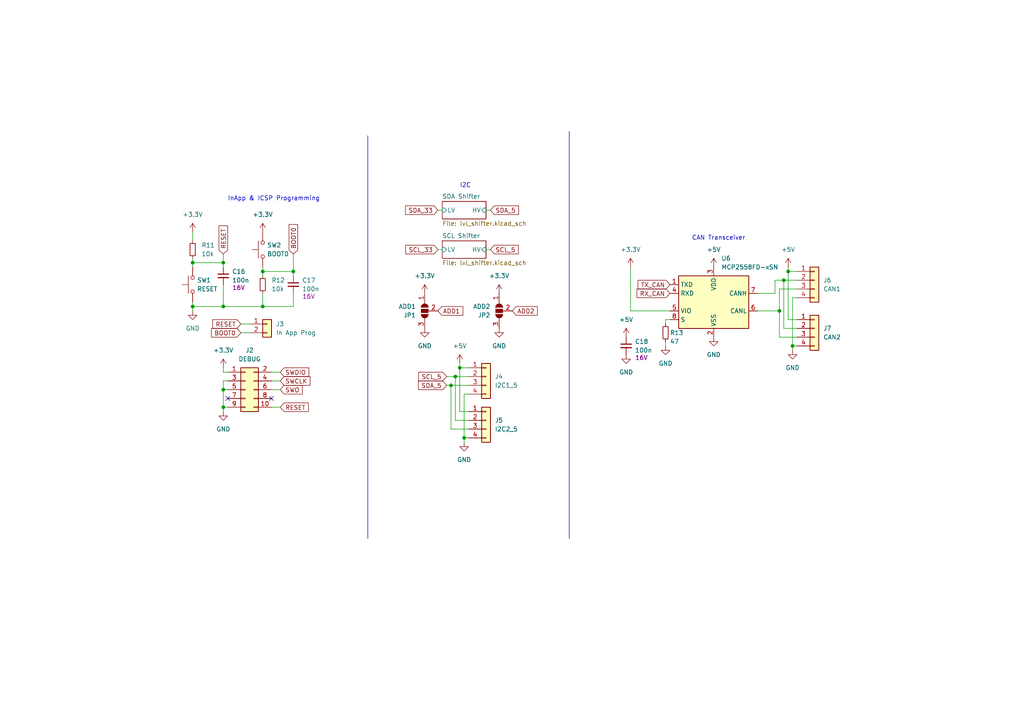
<source format=kicad_sch>
(kicad_sch (version 20230121) (generator eeschema)
  (paper "A4")
  (lib_symbols
    (symbol "Connector_Generic:Conn_01x02" (pin_names (offset 1.016) hide)
      (property "Reference" "J" (at 0 2.54 0))
      (property "Value" "Conn_01x02" (at 0 -5.08 0))
      (symbol "Conn_01x02_1_1"
        (rectangle (start -1.27 -2.413) (end 0 -2.667) (stroke (width 0.1524)))
        (rectangle (start -1.27 0.127) (end 0 -0.127) (stroke (width 0.1524)))
        (rectangle (start -1.27 1.27) (end 1.27 -3.81) (stroke (width 0.254)) (fill (type background)))
        (pin passive line (at -5.08 0 0) (length 3.81) (name "Pin_1") (number "1"))
        (pin passive line (at -5.08 -2.54 0) (length 3.81) (name "Pin_2") (number "2"))
      )
    )
    (symbol "Connector_Generic:Conn_01x04" (pin_names (offset 1.016) hide)
      (property "Reference" "J" (at 0 5.08 0))
      (property "Value" "Conn_01x04" (at 0 -7.62 0))
      (symbol "Conn_01x04_1_1"
        (rectangle (start -1.27 -4.953) (end 0 -5.207) (stroke (width 0.1524)))
        (rectangle (start -1.27 -2.413) (end 0 -2.667) (stroke (width 0.1524)))
        (rectangle (start -1.27 0.127) (end 0 -0.127) (stroke (width 0.1524)))
        (rectangle (start -1.27 2.667) (end 0 2.413) (stroke (width 0.1524)))
        (rectangle (start -1.27 3.81) (end 1.27 -6.35) (stroke (width 0.254)) (fill (type background)))
        (pin passive line (at -5.08 2.54 0) (length 3.81) (name "Pin_1") (number "1"))
        (pin passive line (at -5.08 0 0) (length 3.81) (name "Pin_2") (number "2"))
        (pin passive line (at -5.08 -2.54 0) (length 3.81) (name "Pin_3") (number "3"))
        (pin passive line (at -5.08 -5.08 0) (length 3.81) (name "Pin_4") (number "4"))
      )
    )
    (symbol "Connector_Generic:Conn_02x05_Odd_Even" (pin_names (offset 1.016) hide)
      (property "Reference" "J" (at 1.27 7.62 0))
      (property "Value" "Conn_02x05_Odd_Even" (at 1.27 -7.62 0))
      (symbol "Conn_02x05_Odd_Even_1_1"
        (rectangle (start -1.27 -4.953) (end 0 -5.207) (stroke (width 0.1524)))
        (rectangle (start -1.27 -2.413) (end 0 -2.667) (stroke (width 0.1524)))
        (rectangle (start -1.27 0.127) (end 0 -0.127) (stroke (width 0.1524)))
        (rectangle (start -1.27 2.667) (end 0 2.413) (stroke (width 0.1524)))
        (rectangle (start -1.27 5.207) (end 0 4.953) (stroke (width 0.1524)))
        (rectangle (start -1.27 6.35) (end 3.81 -6.35) (stroke (width 0.254)) (fill (type background)))
        (rectangle (start 3.81 -4.953) (end 2.54 -5.207) (stroke (width 0.1524)))
        (rectangle (start 3.81 -2.413) (end 2.54 -2.667) (stroke (width 0.1524)))
        (rectangle (start 3.81 0.127) (end 2.54 -0.127) (stroke (width 0.1524)))
        (rectangle (start 3.81 2.667) (end 2.54 2.413) (stroke (width 0.1524)))
        (rectangle (start 3.81 5.207) (end 2.54 4.953) (stroke (width 0.1524)))
        (pin passive line (at -5.08 5.08 0) (length 3.81) (name "Pin_1") (number "1"))
        (pin passive line (at 7.62 -5.08 180) (length 3.81) (name "Pin_10") (number "10"))
        (pin passive line (at 7.62 5.08 180) (length 3.81) (name "Pin_2") (number "2"))
        (pin passive line (at -5.08 2.54 0) (length 3.81) (name "Pin_3") (number "3"))
        (pin passive line (at 7.62 2.54 180) (length 3.81) (name "Pin_4") (number "4"))
        (pin passive line (at -5.08 0 0) (length 3.81) (name "Pin_5") (number "5"))
        (pin passive line (at 7.62 0 180) (length 3.81) (name "Pin_6") (number "6"))
        (pin passive line (at -5.08 -2.54 0) (length 3.81) (name "Pin_7") (number "7"))
        (pin passive line (at 7.62 -2.54 180) (length 3.81) (name "Pin_8") (number "8"))
        (pin passive line (at -5.08 -5.08 0) (length 3.81) (name "Pin_9") (number "9"))
      )
    )
    (symbol "Device:C_Small" (pin_numbers hide) (pin_names (offset 0.254) hide)
      (property "Reference" "C" (at 0.254 1.778 0))
      (property "Value" "C_Small" (at 0.254 -2.032 0))
      (symbol "C_Small_0_1"
        (polyline (pts (xy -1.524 -0.508) (xy 1.524 -0.508)) (stroke (width 0.3302)))
        (polyline (pts (xy -1.524 0.508) (xy 1.524 0.508)) (stroke (width 0.3048)))
      )
      (symbol "C_Small_1_1"
        (pin passive line (at 0 2.54 270) (length 2.032) (name "~") (number "1"))
        (pin passive line (at 0 -2.54 90) (length 2.032) (name "~") (number "2"))
      )
    )
    (symbol "Device:R_Small" (pin_numbers hide) (pin_names (offset 0.254) hide)
      (property "Reference" "R" (at 0.762 0.508 0))
      (property "Value" "R_Small" (at 0.762 -1.016 0))
      (symbol "R_Small_0_1"
        (rectangle (start -0.762 1.778) (end 0.762 -1.778) (stroke (width 0.2032)))
      )
      (symbol "R_Small_1_1"
        (pin passive line (at 0 2.54 270) (length 0.762) (name "~") (number "1"))
        (pin passive line (at 0 -2.54 90) (length 0.762) (name "~") (number "2"))
      )
    )
    (symbol "Interface_CAN_LIN:MCP2558FD-xSN"
      (property "Reference" "U" (at -10.16 10.16 0))
      (property "Value" "MCP2558FD-xSN" (at 2.54 10.16 0))
      (symbol "MCP2558FD-xSN_0_1"
        (rectangle (start -10.16 7.62) (end 10.16 -7.62) (stroke (width 0.254)) (fill (type background)))
      )
      (symbol "MCP2558FD-xSN_1_1"
        (pin input line (at -12.7 5.08 0) (length 2.54) (name "TXD") (number "1"))
        (pin power_in line (at 0 -10.16 90) (length 2.54) (name "VSS") (number "2"))
        (pin power_in line (at 0 10.16 270) (length 2.54) (name "VDD") (number "3"))
        (pin output line (at -12.7 2.54 0) (length 2.54) (name "RXD") (number "4"))
        (pin power_in line (at -12.7 -2.54 0) (length 2.54) (name "VIO") (number "5"))
        (pin bidirectional line (at 12.7 -2.54 180) (length 2.54) (name "CANL") (number "6"))
        (pin bidirectional line (at 12.7 2.54 180) (length 2.54) (name "CANH") (number "7"))
        (pin input line (at -12.7 -5.08 0) (length 2.54) (name "S") (number "8"))
      )
    )
    (symbol "Jumper:SolderJumper_3_Open" (pin_names (offset 0) hide)
      (property "Reference" "JP" (at -2.54 -2.54 0))
      (property "Value" "SolderJumper_3_Open" (at 0 2.794 0))
      (symbol "SolderJumper_3_Open_0_1"
        (arc (start -1.016 1.016) (mid -2.0276 0) (end -1.016 -1.016))
        (arc (start -1.016 1.016) (mid -2.0276 0) (end -1.016 -1.016) (fill (type outline)))
        (rectangle (start -0.508 1.016) (end 0.508 -1.016) (fill (type outline)))
        (polyline (pts (xy -2.54 0) (xy -2.032 0)))
        (polyline (pts (xy -1.016 1.016) (xy -1.016 -1.016)))
        (polyline (pts (xy 0 -1.27) (xy 0 -1.016)))
        (polyline (pts (xy 1.016 1.016) (xy 1.016 -1.016)))
        (polyline (pts (xy 2.54 0) (xy 2.032 0)))
        (arc (start 1.016 -1.016) (mid 2.0276 0) (end 1.016 1.016))
        (arc (start 1.016 -1.016) (mid 2.0276 0) (end 1.016 1.016) (fill (type outline)))
      )
      (symbol "SolderJumper_3_Open_1_1"
        (pin passive line (at -5.08 0 0) (length 2.54) (name "A") (number "1"))
        (pin passive line (at 0 -3.81 90) (length 2.54) (name "C") (number "2"))
        (pin passive line (at 5.08 0 180) (length 2.54) (name "B") (number "3"))
      )
    )
    (symbol "Switch:SW_Push" (pin_numbers hide) (pin_names (offset 1.016) hide)
      (property "Reference" "SW" (at 1.27 2.54 0))
      (property "Value" "SW_Push" (at 0 -1.524 0))
      (symbol "SW_Push_0_1"
        (circle (center -2.032 0) (radius 0.508))
        (polyline (pts (xy 0 1.27) (xy 0 3.048)))
        (polyline (pts (xy 2.54 1.27) (xy -2.54 1.27)))
        (circle (center 2.032 0) (radius 0.508))
        (pin passive line (at -5.08 0 0) (length 2.54) (name "1") (number "1"))
        (pin passive line (at 5.08 0 180) (length 2.54) (name "2") (number "2"))
      )
    )
    (symbol "power:+3.3V" (power) (pin_names (offset 0))
      (property "Value" "+3.3V" (at 0 3.556 0))
      (symbol "+3.3V_0_1"
        (polyline (pts (xy -0.762 1.27) (xy 0 2.54)))
        (polyline (pts (xy 0 0) (xy 0 2.54)))
        (polyline (pts (xy 0 2.54) (xy 0.762 1.27)))
      )
      (symbol "+3.3V_1_1"
        (pin power_in line (at 0 0 90) (length 0) hide (name "+3.3V") (number "1"))
      )
    )
    (symbol "power:+5V" (power) (pin_names (offset 0))
      (property "Value" "+5V" (at 0 3.556 0))
      (symbol "+5V_0_1"
        (polyline (pts (xy -0.762 1.27) (xy 0 2.54)))
        (polyline (pts (xy 0 0) (xy 0 2.54)))
        (polyline (pts (xy 0 2.54) (xy 0.762 1.27)))
      )
      (symbol "+5V_1_1"
        (pin power_in line (at 0 0 90) (length 0) hide (name "+5V") (number "1"))
      )
    )
    (symbol "power:GND" (power) (pin_names (offset 0))
      (property "Value" "GND" (at 0 -3.81 0))
      (symbol "GND_0_1"
        (polyline (pts (xy 0 0) (xy 0 -1.27) (xy 1.27 -1.27) (xy 0 -2.54) (xy -1.27 -1.27) (xy 0 -1.27)))
      )
      (symbol "GND_1_1"
        (pin power_in line (at 0 0 270) (length 0) hide (name "GND") (number "1"))
      )
    )
  )
  (junction (at 55.88 88.9))
  (junction (at 64.77 88.9))
  (junction (at 76.2 78.74))
  (junction (at 226.06 90.17))
  (junction (at 133.35 106.68))
  (junction (at 228.6 78.74))
  (junction (at 227.33 81.28))
  (junction (at 64.77 76.2))
  (junction (at 64.77 113.03))
  (junction (at 64.77 118.11))
  (junction (at 85.09 78.74))
  (junction (at 229.87 100.33))
  (junction (at 130.81 111.76))
  (junction (at 76.2 88.9))
  (junction (at 134.62 127))
  (junction (at 55.88 76.2))
  (junction (at 132.08 109.22))
  (no_connect (at 66.04 115.57))
  (no_connect (at 78.74 115.57))
  (wire (pts (xy 193.04 99.06) (xy 193.04 100.33)))
  (wire (pts (xy 127 60.96) (xy 128.27 60.96)))
  (wire (pts (xy 55.88 74.93) (xy 55.88 76.2)))
  (wire (pts (xy 219.71 85.09) (xy 224.79 85.09)))
  (wire (pts (xy 85.09 78.74) (xy 85.09 80.01)))
  (wire (pts (xy 194.31 92.71) (xy 193.04 92.71)))
  (wire (pts (xy 231.14 86.36) (xy 229.87 86.36)))
  (wire (pts (xy 193.04 92.71) (xy 193.04 93.98)))
  (wire (pts (xy 133.35 105.41) (xy 133.35 106.68)))
  (wire (pts (xy 55.88 87.63) (xy 55.88 88.9)))
  (wire (pts (xy 129.54 109.22) (xy 132.08 109.22)))
  (wire (pts (xy 231.14 78.74) (xy 228.6 78.74)))
  (wire (pts (xy 229.87 100.33) (xy 231.14 100.33)))
  (wire (pts (xy 134.62 114.3) (xy 134.62 127)))
  (wire (pts (xy 228.6 78.74) (xy 228.6 77.47)))
  (wire (pts (xy 129.54 111.76) (xy 130.81 111.76)))
  (wire (pts (xy 64.77 118.11) (xy 66.04 118.11)))
  (wire (pts (xy 135.89 124.46) (xy 130.81 124.46)))
  (wire (pts (xy 76.2 78.74) (xy 76.2 80.01)))
  (wire (pts (xy 55.88 67.31) (xy 55.88 69.85)))
  (wire (pts (xy 219.71 90.17) (xy 226.06 90.17)))
  (polyline (pts (xy 165.1 38.1) (xy 165.1 156.21)))
  (wire (pts (xy 135.89 121.92) (xy 132.08 121.92)))
  (wire (pts (xy 76.2 77.47) (xy 76.2 78.74)))
  (wire (pts (xy 130.81 124.46) (xy 130.81 111.76)))
  (wire (pts (xy 69.85 96.52) (xy 72.39 96.52)))
  (wire (pts (xy 64.77 76.2) (xy 55.88 76.2)))
  (wire (pts (xy 64.77 82.55) (xy 64.77 88.9)))
  (wire (pts (xy 64.77 118.11) (xy 64.77 119.38)))
  (wire (pts (xy 64.77 107.95) (xy 66.04 107.95)))
  (wire (pts (xy 85.09 88.9) (xy 76.2 88.9)))
  (wire (pts (xy 226.06 97.79) (xy 231.14 97.79)))
  (wire (pts (xy 64.77 88.9) (xy 55.88 88.9)))
  (wire (pts (xy 229.87 86.36) (xy 229.87 100.33)))
  (wire (pts (xy 182.88 90.17) (xy 182.88 77.47)))
  (wire (pts (xy 227.33 81.28) (xy 231.14 81.28)))
  (wire (pts (xy 140.97 72.39) (xy 142.24 72.39)))
  (wire (pts (xy 76.2 78.74) (xy 85.09 78.74)))
  (wire (pts (xy 134.62 127) (xy 135.89 127)))
  (wire (pts (xy 135.89 114.3) (xy 134.62 114.3)))
  (wire (pts (xy 78.74 113.03) (xy 81.28 113.03)))
  (wire (pts (xy 69.85 93.98) (xy 72.39 93.98)))
  (wire (pts (xy 228.6 92.71) (xy 228.6 78.74)))
  (wire (pts (xy 64.77 73.66) (xy 64.77 76.2)))
  (wire (pts (xy 227.33 95.25) (xy 227.33 81.28)))
  (wire (pts (xy 64.77 77.47) (xy 64.77 76.2)))
  (wire (pts (xy 132.08 121.92) (xy 132.08 109.22)))
  (wire (pts (xy 85.09 85.09) (xy 85.09 88.9)))
  (wire (pts (xy 64.77 106.68) (xy 64.77 107.95)))
  (wire (pts (xy 133.35 106.68) (xy 133.35 119.38)))
  (wire (pts (xy 78.74 107.95) (xy 81.28 107.95)))
  (wire (pts (xy 229.87 100.33) (xy 229.87 101.6)))
  (wire (pts (xy 78.74 110.49) (xy 81.28 110.49)))
  (wire (pts (xy 76.2 85.09) (xy 76.2 88.9)))
  (wire (pts (xy 226.06 90.17) (xy 226.06 97.79)))
  (wire (pts (xy 133.35 106.68) (xy 135.89 106.68)))
  (wire (pts (xy 64.77 113.03) (xy 64.77 118.11)))
  (wire (pts (xy 130.81 111.76) (xy 135.89 111.76)))
  (wire (pts (xy 66.04 110.49) (xy 64.77 110.49)))
  (wire (pts (xy 134.62 127) (xy 134.62 128.27)))
  (wire (pts (xy 132.08 109.22) (xy 135.89 109.22)))
  (wire (pts (xy 55.88 88.9) (xy 55.88 90.17)))
  (wire (pts (xy 64.77 110.49) (xy 64.77 113.03)))
  (wire (pts (xy 64.77 113.03) (xy 66.04 113.03)))
  (polyline (pts (xy 106.68 39.37) (xy 106.68 156.21)))
  (wire (pts (xy 194.31 90.17) (xy 182.88 90.17)))
  (wire (pts (xy 85.09 73.66) (xy 85.09 78.74)))
  (wire (pts (xy 226.06 83.82) (xy 226.06 90.17)))
  (wire (pts (xy 127 72.39) (xy 128.27 72.39)))
  (wire (pts (xy 224.79 85.09) (xy 224.79 81.28)))
  (wire (pts (xy 231.14 95.25) (xy 227.33 95.25)))
  (wire (pts (xy 76.2 88.9) (xy 64.77 88.9)))
  (wire (pts (xy 231.14 83.82) (xy 226.06 83.82)))
  (wire (pts (xy 231.14 92.71) (xy 228.6 92.71)))
  (wire (pts (xy 55.88 76.2) (xy 55.88 77.47)))
  (wire (pts (xy 78.74 118.11) (xy 81.28 118.11)))
  (wire (pts (xy 133.35 119.38) (xy 135.89 119.38)))
  (wire (pts (xy 224.79 81.28) (xy 227.33 81.28)))
  (wire (pts (xy 140.97 60.96) (xy 142.24 60.96)))
  (text "CAN Transceiver" (at 200.66 69.85 0) (effects (font (size 1.27 1.27)) (justify left bottom)))
  (text "I2C" (at 133.35 54.61 0) (effects (font (size 1.27 1.27)) (justify left bottom)))
  (text "InApp & ICSP Programming" (at 66.04 58.42 0) (effects (font (size 1.27 1.27)) (justify left bottom)))
  (global_label "SWCLK" (shape input) (at 81.28 110.49 0) (property "Intersheetrefs" "${INTERSHEET_REFS}" (effects hide)))
  (global_label "SWO" (shape input) (at 81.28 113.03 0) (property "Intersheetrefs" "${INTERSHEET_REFS}" (effects hide)))
  (global_label "ADD1" (shape input) (at 127 90.17 0) (property "Intersheetrefs" "${INTERSHEET_REFS}" (effects hide)))
  (global_label "RESET" (shape input) (at 64.77 73.66 90) (property "Intersheetrefs" "${INTERSHEET_REFS}" (effects hide)))
  (global_label "SDA_33" (shape input) (at 127 60.96 180) (property "Intersheetrefs" "${INTERSHEET_REFS}" (effects hide)))
  (global_label "SCL_5" (shape input) (at 142.24 72.39 0) (property "Intersheetrefs" "${INTERSHEET_REFS}" (effects hide)))
  (global_label "RESET" (shape input) (at 69.85 93.98 180) (property "Intersheetrefs" "${INTERSHEET_REFS}" (effects hide)))
  (global_label "ADD2" (shape input) (at 148.59 90.17 0) (property "Intersheetrefs" "${INTERSHEET_REFS}" (effects hide)))
  (global_label "RESET" (shape input) (at 81.28 118.11 0) (property "Intersheetrefs" "${INTERSHEET_REFS}" (effects hide)))
  (global_label "SCL_5" (shape input) (at 129.54 109.22 180) (property "Intersheetrefs" "${INTERSHEET_REFS}" (effects hide)))
  (global_label "RX_CAN" (shape input) (at 194.31 85.09 180) (property "Intersheetrefs" "${INTERSHEET_REFS}" (effects hide)))
  (global_label "SDA_5" (shape input) (at 142.24 60.96 0) (property "Intersheetrefs" "${INTERSHEET_REFS}" (effects hide)))
  (global_label "BOOT0" (shape input) (at 69.85 96.52 180) (property "Intersheetrefs" "${INTERSHEET_REFS}" (effects hide)))
  (global_label "BOOT0" (shape input) (at 85.09 73.66 90) (property "Intersheetrefs" "${INTERSHEET_REFS}" (effects hide)))
  (global_label "SDA_5" (shape input) (at 129.54 111.76 180) (property "Intersheetrefs" "${INTERSHEET_REFS}" (effects hide)))
  (global_label "SCL_33" (shape input) (at 127 72.39 180) (property "Intersheetrefs" "${INTERSHEET_REFS}" (effects hide)))
  (global_label "TX_CAN" (shape input) (at 194.31 82.55 180) (property "Intersheetrefs" "${INTERSHEET_REFS}" (effects hide)))
  (global_label "SWDIO" (shape input) (at 81.28 107.95 0) (property "Intersheetrefs" "${INTERSHEET_REFS}" (effects hide)))
  (symbol (lib_id "power:+3.3V") (at 55.88 67.31 0) (unit 1)
    (property "Reference" "#PWR046" (effects hide))
    (property "Value" "+3.3V" (at 55.88 62.23 0))
  )
  (symbol (lib_id "power:GND") (at 181.61 102.87 0) (unit 1)
    (property "Reference" "#PWR058" (effects hide))
    (property "Value" "GND" (at 181.61 107.95 0))
  )
  (symbol (lib_id "power:+3.3V") (at 64.77 106.68 0) (unit 1)
    (property "Reference" "#PWR048" (effects hide))
    (property "Value" "+3.3V" (at 64.77 101.6 0))
  )
  (symbol (lib_id "power:GND") (at 207.01 97.79 0) (unit 1)
    (property "Reference" "#PWR062" (effects hide))
    (property "Value" "GND" (at 207.01 102.87 0))
  )
  (symbol (lib_id "Device:C_Small") (at 64.77 80.01 0) (unit 1)
    (property "Reference" "C16" (at 67.31 78.7463 0) (effects (justify left)))
    (property "Value" "100n" (at 67.31 81.2863 0) (effects (justify left)))
    (property "Footprint" "Capacitor_SMD:C_0402_1005Metric_Pad0.74x0.62mm_HandSolder" (effects hide))
    (property "LCSC Part" "C1525" (effects hide))
    (property "Tension" "16V" (at 69.215 83.439 0))
  )
  (symbol (lib_id "power:GND") (at 64.77 119.38 0) (unit 1)
    (property "Reference" "#PWR049" (effects hide))
    (property "Value" "GND" (at 64.77 124.46 0))
  )
  (symbol (lib_id "power:+3.3V") (at 76.2 67.31 0) (unit 1)
    (property "Reference" "#PWR050" (effects hide))
    (property "Value" "+3.3V" (at 76.2 62.23 0))
  )
  (symbol (lib_id "Connector_Generic:Conn_02x05_Odd_Even") (at 71.12 113.03 0) (unit 1)
    (property "Reference" "J2" (at 72.39 101.6 0))
    (property "Value" "DEBUG" (at 72.39 104.14 0))
    (property "Footprint" "Connector_PinHeader_1.27mm:PinHeader_2x05_P1.27mm_Vertical_SMD" (effects hide))
    (property "LCSC Part" "C5160761" (effects hide))
  )
  (symbol (lib_id "power:GND") (at 134.62 128.27 0) (unit 1)
    (property "Reference" "#PWR054" (effects hide))
    (property "Value" "GND" (at 134.62 133.35 0))
  )
  (symbol (lib_id "Jumper:SolderJumper_3_Open") (at 144.78 90.17 90) (mirror x) (unit 1)
    (property "Reference" "JP2" (at 142.24 91.44 90) (effects (justify left)))
    (property "Value" "ADD2" (at 142.24 88.9 90) (effects (justify left)))
    (property "Footprint" "Jumper:SolderJumper-3_P1.3mm_Open_RoundedPad1.0x1.5mm" (effects hide))
    (property "JLCPCB BOM" "0" (effects hide))
  )
  (symbol (lib_id "power:+3.3V") (at 144.78 85.09 0) (unit 1)
    (property "Reference" "#PWR055" (effects hide))
    (property "Value" "+3.3V" (at 144.78 80.01 0))
  )
  (symbol (lib_id "power:+3.3V") (at 182.88 77.47 0) (unit 1)
    (property "Reference" "#PWR059" (effects hide))
    (property "Value" "+3.3V" (at 182.88 72.39 0))
  )
  (symbol (lib_id "Device:R_Small") (at 55.88 72.39 0) (unit 1)
    (property "Reference" "R11" (at 58.42 71.12 0) (effects (justify left)))
    (property "Value" "10k" (at 58.42 73.66 0) (effects (justify left)))
    (property "Footprint" "Resistor_SMD:R_0805_2012Metric_Pad1.20x1.40mm_HandSolder" (effects hide))
    (property "LCSC Part" "C17414" (effects hide))
  )
  (symbol (lib_id "power:+5V") (at 181.61 97.79 0) (unit 1)
    (property "Reference" "#PWR057" (effects hide))
    (property "Value" "+5V" (at 181.61 92.71 0))
  )
  (symbol (lib_id "Connector_Generic:Conn_01x04") (at 236.22 95.25 0) (unit 1)
    (property "Reference" "J7" (at 238.76 95.25 0) (effects (justify left)))
    (property "Value" "CAN2" (at 238.76 97.79 0) (effects (justify left)))
    (property "Footprint" "Connector_JST:JST_EH_S4B-EH_1x04_P2.50mm_Horizontal" (effects hide))
    (property "JLCPCB BOM" "0" (effects hide))
  )
  (symbol (lib_id "Connector_Generic:Conn_01x04") (at 236.22 81.28 0) (unit 1)
    (property "Reference" "J6" (at 238.76 81.28 0) (effects (justify left)))
    (property "Value" "CAN1" (at 238.76 83.82 0) (effects (justify left)))
    (property "Footprint" "Connector_JST:JST_EH_S4B-EH_1x04_P2.50mm_Horizontal" (effects hide))
    (property "JLCPCB BOM" "0" (effects hide))
  )
  (symbol (lib_id "Interface_CAN_LIN:MCP2558FD-xSN") (at 207.01 87.63 0) (unit 1)
    (property "Reference" "U6" (at 209.2041 74.93 0) (effects (justify left)))
    (property "Value" "MCP2558FD-xSN" (at 209.2041 77.47 0) (effects (justify left)))
    (property "Footprint" "Package_SO:SOIC-8_3.9x4.9mm_P1.27mm" (effects hide))
    (property "Datasheet" "https://ww1.microchip.com/downloads/en/DeviceDoc/20005533A.pdf" (effects hide))
    (property "LCSC Part" "C124015" (effects hide))
  )
  (symbol (lib_id "Switch:SW_Push") (at 76.2 72.39 90) (unit 1)
    (property "Reference" "SW2" (at 77.47 71.12 90) (effects (justify right)))
    (property "Value" "BOOT0" (at 77.47 73.66 90) (effects (justify right)))
    (property "Footprint" "ARIG:SW_TS_1088_AR_3x4x2" (effects hide))
    (property "LCSC Part" "C720477" (effects hide))
  )
  (symbol (lib_id "Switch:SW_Push") (at 55.88 82.55 90) (unit 1)
    (property "Reference" "SW1" (at 57.15 81.28 90) (effects (justify right)))
    (property "Value" "RESET" (at 57.15 83.82 90) (effects (justify right)))
    (property "Footprint" "ARIG:SW_TS_1088_AR_3x4x2" (effects hide))
    (property "LCSC Part" "C720477" (effects hide))
  )
  (symbol (lib_id "power:+5V") (at 228.6 77.47 0) (unit 1)
    (property "Reference" "#PWR063" (effects hide))
    (property "Value" "+5V" (at 228.6 72.39 0))
  )
  (symbol (lib_id "Connector_Generic:Conn_01x02") (at 77.47 93.98 0) (unit 1)
    (property "Reference" "J3" (at 80.01 93.98 0) (effects (justify left)))
    (property "Value" "In App Prog" (at 80.01 96.52 0) (effects (justify left)))
    (property "Footprint" "Connector_JST:JST_EH_S2B-EH_1x02_P2.50mm_Horizontal" (effects hide))
    (property "JLCPCB BOM" "0" (effects hide))
  )
  (symbol (lib_id "Jumper:SolderJumper_3_Open") (at 123.19 90.17 90) (mirror x) (unit 1)
    (property "Reference" "JP1" (at 120.65 91.44 90) (effects (justify left)))
    (property "Value" "ADD1" (at 120.65 88.9 90) (effects (justify left)))
    (property "Footprint" "Jumper:SolderJumper-3_P1.3mm_Open_RoundedPad1.0x1.5mm" (effects hide))
    (property "JLCPCB BOM" "0" (effects hide))
  )
  (symbol (lib_id "power:GND") (at 193.04 100.33 0) (unit 1)
    (property "Reference" "#PWR060" (effects hide))
    (property "Value" "GND" (at 193.04 105.41 0))
  )
  (symbol (lib_id "Device:R_Small") (at 193.04 96.52 0) (unit 1)
    (property "Reference" "R13" (at 194.31 96.52 0) (effects (justify left)))
    (property "Value" "47" (at 194.31 99.06 0) (effects (justify left)))
    (property "Footprint" "Resistor_SMD:R_0402_1005Metric_Pad0.72x0.64mm_HandSolder" (effects hide))
    (property "LCSC Part" "C25118" (effects hide))
  )
  (symbol (lib_id "Device:C_Small") (at 85.09 82.55 0) (unit 1)
    (property "Reference" "C17" (at 87.63 81.2863 0) (effects (justify left)))
    (property "Value" "100n" (at 87.63 83.8263 0) (effects (justify left)))
    (property "Footprint" "Capacitor_SMD:C_0402_1005Metric_Pad0.74x0.62mm_HandSolder" (effects hide))
    (property "LCSC Part" "C1525" (effects hide))
    (property "Tension" "16V" (at 89.535 85.979 0))
  )
  (symbol (lib_id "power:GND") (at 229.87 101.6 0) (unit 1)
    (property "Reference" "#PWR064" (effects hide))
    (property "Value" "GND" (at 229.87 106.68 0))
  )
  (symbol (lib_id "power:+5V") (at 207.01 77.47 0) (unit 1)
    (property "Reference" "#PWR061" (effects hide))
    (property "Value" "+5V" (at 207.01 72.39 0))
  )
  (symbol (lib_id "Device:R_Small") (at 76.2 82.55 0) (unit 1)
    (property "Reference" "R12" (at 78.74 81.28 0) (effects (justify left)))
    (property "Value" "10k" (at 78.74 83.82 0) (effects (justify left)))
    (property "Footprint" "Resistor_SMD:R_0805_2012Metric_Pad1.20x1.40mm_HandSolder" (effects hide))
    (property "LCSC Part" "C17414" (effects hide))
  )
  (symbol (lib_id "power:GND") (at 144.78 95.25 0) (unit 1)
    (property "Reference" "#PWR056" (effects hide))
    (property "Value" "GND" (at 144.78 100.33 0))
  )
  (symbol (lib_id "Connector_Generic:Conn_01x04") (at 140.97 121.92 0) (unit 1)
    (property "Reference" "J5" (at 143.51 121.92 0) (effects (justify left)))
    (property "Value" "I2C2_5" (at 143.51 124.46 0) (effects (justify left)))
    (property "Footprint" "Connector_JST:JST_EH_S4B-EH_1x04_P2.50mm_Horizontal" (effects hide))
    (property "JLCPCB BOM" "0" (effects hide))
  )
  (symbol (lib_id "Connector_Generic:Conn_01x04") (at 140.97 109.22 0) (unit 1)
    (property "Reference" "J4" (at 143.51 109.22 0) (effects (justify left)))
    (property "Value" "I2C1_5" (at 143.51 111.76 0) (effects (justify left)))
    (property "Footprint" "Connector_JST:JST_EH_S4B-EH_1x04_P2.50mm_Horizontal" (effects hide))
    (property "JLCPCB BOM" "0" (effects hide))
  )
  (symbol (lib_id "power:GND") (at 55.88 90.17 0) (unit 1)
    (property "Reference" "#PWR047" (effects hide))
    (property "Value" "GND" (at 55.88 95.25 0))
  )
  (symbol (lib_id "power:+5V") (at 133.35 105.41 0) (unit 1)
    (property "Reference" "#PWR053" (effects hide))
    (property "Value" "+5V" (at 133.35 100.33 0))
  )
  (symbol (lib_id "power:+3.3V") (at 123.19 85.09 0) (unit 1)
    (property "Reference" "#PWR051" (effects hide))
    (property "Value" "+3.3V" (at 123.19 80.01 0))
  )
  (symbol (lib_id "power:GND") (at 123.19 95.25 0) (unit 1)
    (property "Reference" "#PWR052" (effects hide))
    (property "Value" "GND" (at 123.19 100.33 0))
  )
  (symbol (lib_id "Device:C_Small") (at 181.61 100.33 0) (unit 1)
    (property "Reference" "C18" (at 184.15 99.0663 0) (effects (justify left)))
    (property "Value" "100n" (at 184.15 101.6063 0) (effects (justify left)))
    (property "Footprint" "Capacitor_SMD:C_0402_1005Metric_Pad0.74x0.62mm_HandSolder" (effects hide))
    (property "LCSC Part" "C1525" (effects hide))
    (property "Tension" "16V" (at 186.055 103.759 0))
  )
  (sheet (at 128.27 69.85) (size 12.7 5.08) (stroke (width 0.1524))
    (property "Sheetname" "SCL Shifter" (at 128.27 69.1384 0) (effects (justify left bottom)))
    (property "Sheetfile" "lvl_shifter.kicad_sch" (at 128.27 75.5146 0) (effects (justify left top)))
    (pin "LV" input (at 128.27 72.39 180))
    (pin "HV" input (at 140.97 72.39 0))
  )
  (sheet (at 128.27 58.42) (size 12.7 5.08) (stroke (width 0.1524))
    (property "Sheetname" "SDA Shifter" (at 128.27 57.7084 0) (effects (justify left bottom)))
    (property "Sheetfile" "lvl_shifter.kicad_sch" (at 128.27 64.0846 0) (effects (justify left top)))
    (pin "LV" input (at 128.27 60.96 180))
    (pin "HV" input (at 140.97 60.96 0))
  )
)
</source>
